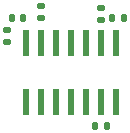
<source format=gbp>
%TF.GenerationSoftware,KiCad,Pcbnew,7.0.7*%
%TF.CreationDate,2023-12-15T10:30:33-05:00*%
%TF.ProjectId,Original Circle FES Device,4f726967-696e-4616-9c20-436972636c65,rev?*%
%TF.SameCoordinates,Original*%
%TF.FileFunction,Paste,Bot*%
%TF.FilePolarity,Positive*%
%FSLAX46Y46*%
G04 Gerber Fmt 4.6, Leading zero omitted, Abs format (unit mm)*
G04 Created by KiCad (PCBNEW 7.0.7) date 2023-12-15 10:30:33*
%MOMM*%
%LPD*%
G01*
G04 APERTURE LIST*
G04 Aperture macros list*
%AMRoundRect*
0 Rectangle with rounded corners*
0 $1 Rounding radius*
0 $2 $3 $4 $5 $6 $7 $8 $9 X,Y pos of 4 corners*
0 Add a 4 corners polygon primitive as box body*
4,1,4,$2,$3,$4,$5,$6,$7,$8,$9,$2,$3,0*
0 Add four circle primitives for the rounded corners*
1,1,$1+$1,$2,$3*
1,1,$1+$1,$4,$5*
1,1,$1+$1,$6,$7*
1,1,$1+$1,$8,$9*
0 Add four rect primitives between the rounded corners*
20,1,$1+$1,$2,$3,$4,$5,0*
20,1,$1+$1,$4,$5,$6,$7,0*
20,1,$1+$1,$6,$7,$8,$9,0*
20,1,$1+$1,$8,$9,$2,$3,0*%
G04 Aperture macros list end*
%ADD10RoundRect,0.140000X0.140000X0.170000X-0.140000X0.170000X-0.140000X-0.170000X0.140000X-0.170000X0*%
%ADD11RoundRect,0.140000X-0.140000X-0.170000X0.140000X-0.170000X0.140000X0.170000X-0.140000X0.170000X0*%
%ADD12RoundRect,0.135000X-0.185000X0.135000X-0.185000X-0.135000X0.185000X-0.135000X0.185000X0.135000X0*%
%ADD13R,0.558800X2.286000*%
%ADD14RoundRect,0.135000X0.185000X-0.135000X0.185000X0.135000X-0.185000X0.135000X-0.185000X-0.135000X0*%
%ADD15RoundRect,0.135000X0.135000X0.185000X-0.135000X0.185000X-0.135000X-0.185000X0.135000X-0.185000X0*%
G04 APERTURE END LIST*
D10*
%TO.C,C2*%
X122527000Y-102235000D03*
X121567000Y-102235000D03*
%TD*%
D11*
%TO.C,C1*%
X113058000Y-102260400D03*
X114018000Y-102260400D03*
%TD*%
D12*
%TO.C,R4*%
X120650000Y-101344000D03*
X120650000Y-102364000D03*
%TD*%
D13*
%TO.C,U1*%
X114300000Y-104317800D03*
X115570000Y-104317800D03*
X116840000Y-104317800D03*
X118110000Y-104317800D03*
X119380000Y-104317800D03*
X120650000Y-104317800D03*
X121920000Y-104317800D03*
X121920000Y-109347000D03*
X120650000Y-109347000D03*
X119380000Y-109347000D03*
X118110000Y-109347000D03*
X116840000Y-109347000D03*
X115570000Y-109347000D03*
X114300000Y-109347000D03*
%TD*%
D14*
%TO.C,R1*%
X112649000Y-104269000D03*
X112649000Y-103249000D03*
%TD*%
%TO.C,R3*%
X115570000Y-102237000D03*
X115570000Y-101217000D03*
%TD*%
D15*
%TO.C,R5*%
X121160000Y-111379000D03*
X120140000Y-111379000D03*
%TD*%
M02*

</source>
